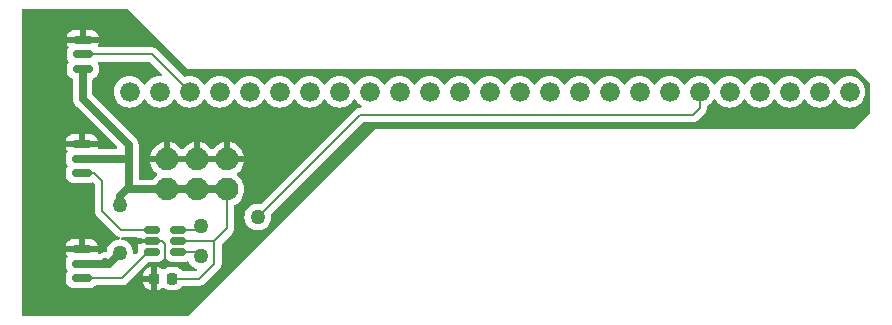
<source format=gbr>
%TF.GenerationSoftware,KiCad,Pcbnew,7.0.8*%
%TF.CreationDate,2024-03-25T00:11:56-07:00*%
%TF.ProjectId,Adafruit Speaker Bonnet,41646166-7275-4697-9420-537065616b65,rev?*%
%TF.SameCoordinates,Original*%
%TF.FileFunction,Copper,L1,Top*%
%TF.FilePolarity,Positive*%
%FSLAX46Y46*%
G04 Gerber Fmt 4.6, Leading zero omitted, Abs format (unit mm)*
G04 Created by KiCad (PCBNEW 7.0.8) date 2024-03-25 00:11:56*
%MOMM*%
%LPD*%
G01*
G04 APERTURE LIST*
G04 Aperture macros list*
%AMRoundRect*
0 Rectangle with rounded corners*
0 $1 Rounding radius*
0 $2 $3 $4 $5 $6 $7 $8 $9 X,Y pos of 4 corners*
0 Add a 4 corners polygon primitive as box body*
4,1,4,$2,$3,$4,$5,$6,$7,$8,$9,$2,$3,0*
0 Add four circle primitives for the rounded corners*
1,1,$1+$1,$2,$3*
1,1,$1+$1,$4,$5*
1,1,$1+$1,$6,$7*
1,1,$1+$1,$8,$9*
0 Add four rect primitives between the rounded corners*
20,1,$1+$1,$2,$3,$4,$5,0*
20,1,$1+$1,$4,$5,$6,$7,0*
20,1,$1+$1,$6,$7,$8,$9,0*
20,1,$1+$1,$8,$9,$2,$3,0*%
G04 Aperture macros list end*
%TA.AperFunction,SMDPad,CuDef*%
%ADD10RoundRect,0.150000X-0.700000X0.150000X-0.700000X-0.150000X0.700000X-0.150000X0.700000X0.150000X0*%
%TD*%
%TA.AperFunction,SMDPad,CuDef*%
%ADD11RoundRect,0.250000X-1.100000X0.250000X-1.100000X-0.250000X1.100000X-0.250000X1.100000X0.250000X0*%
%TD*%
%TA.AperFunction,SMDPad,CuDef*%
%ADD12RoundRect,0.150000X0.512500X0.150000X-0.512500X0.150000X-0.512500X-0.150000X0.512500X-0.150000X0*%
%TD*%
%TA.AperFunction,SMDPad,CuDef*%
%ADD13RoundRect,0.225000X0.225000X0.250000X-0.225000X0.250000X-0.225000X-0.250000X0.225000X-0.250000X0*%
%TD*%
%TA.AperFunction,ComponentPad*%
%ADD14C,1.676400*%
%TD*%
%TA.AperFunction,ComponentPad*%
%ADD15C,1.930400*%
%TD*%
%TA.AperFunction,ViaPad*%
%ADD16C,1.270000*%
%TD*%
%TA.AperFunction,Conductor*%
%ADD17C,0.200000*%
%TD*%
%TA.AperFunction,Conductor*%
%ADD18C,0.635000*%
%TD*%
G04 APERTURE END LIST*
%TA.AperFunction,NonConductor*%
G36*
X109220000Y-115570000D02*
G01*
X113030000Y-115570000D01*
X113030000Y-118110000D01*
X109220000Y-118110000D01*
X109220000Y-115570000D01*
G37*
%TD.AperFunction*%
%TA.AperFunction,NonConductor*%
G36*
X109220000Y-106680000D02*
G01*
X113030000Y-106680000D01*
X113030000Y-111760000D01*
X109220000Y-111760000D01*
X109220000Y-106680000D01*
G37*
%TD.AperFunction*%
%TA.AperFunction,NonConductor*%
G36*
X109220000Y-97790000D02*
G01*
X113030000Y-97790000D01*
X113030000Y-102870000D01*
X109220000Y-102870000D01*
X109220000Y-97790000D01*
G37*
%TD.AperFunction*%
%TA.AperFunction,NonConductor*%
G36*
X109220000Y-92075000D02*
G01*
X113030000Y-92075000D01*
X113030000Y-93980000D01*
X109220000Y-93980000D01*
X109220000Y-92075000D01*
G37*
%TD.AperFunction*%
D10*
%TO.P,J3,1,Pin_1*%
%TO.N,GND*%
X114245000Y-103525000D03*
%TO.P,J3,2,Pin_2*%
%TO.N,+5V*%
X114245000Y-104775000D03*
%TO.P,J3,3,Pin_3*%
%TO.N,Net-(J3-Pin_3)*%
X114245000Y-106025000D03*
D11*
%TO.P,J3,MP*%
%TO.N,N/C*%
X111045000Y-101675000D03*
X111045000Y-107875000D03*
%TD*%
D10*
%TO.P,J2,1,Pin_1*%
%TO.N,GND*%
X114245000Y-112415000D03*
%TO.P,J2,2,Pin_2*%
%TO.N,+5V*%
X114245000Y-113665000D03*
%TO.P,J2,3,Pin_3*%
%TO.N,Net-(J2-Pin_3)*%
X114245000Y-114915000D03*
D11*
%TO.P,J2,MP*%
%TO.N,N/C*%
X111045000Y-110565000D03*
X111045000Y-116765000D03*
%TD*%
D10*
%TO.P,J1,1,Pin_1*%
%TO.N,GND*%
X114325000Y-94710000D03*
%TO.P,J1,2,Pin_2*%
%TO.N,/FAN_PWM*%
X114325000Y-95960000D03*
%TO.P,J1,3,Pin_3*%
%TO.N,+5V*%
X114325000Y-97210000D03*
D11*
%TO.P,J1,MP*%
%TO.N,N/C*%
X111125000Y-92860000D03*
X111125000Y-99060000D03*
%TD*%
D12*
%TO.P,U1,6*%
%TO.N,Net-(J2-Pin_3)*%
X120147500Y-112710000D03*
%TO.P,U1,5,VCC*%
%TO.N,GND*%
X120147500Y-111760000D03*
%TO.P,U1,4*%
%TO.N,Net-(J3-Pin_3)*%
X120147500Y-110810000D03*
%TO.P,U1,3*%
%TO.N,/GPIO12*%
X122422500Y-110810000D03*
%TO.P,U1,2,GND*%
%TO.N,+5V*%
X122422500Y-111760000D03*
%TO.P,U1,1*%
%TO.N,/GPIO12*%
X122422500Y-112710000D03*
%TD*%
D13*
%TO.P,C1,1*%
%TO.N,+5V*%
X121920000Y-114935000D03*
%TO.P,C1,2*%
%TO.N,GND*%
X120370000Y-114935000D03*
%TD*%
D14*
%TO.P,CONN1,25,25*%
%TO.N,/DIN*%
X179247100Y-99124800D03*
%TO.P,CONN1,24,24*%
%TO.N,/GPIO20*%
X176707100Y-99124800D03*
%TO.P,CONN1,23,23*%
%TO.N,/LRCLK*%
X174167100Y-99124800D03*
%TO.P,CONN1,22,22*%
%TO.N,/GPIO16*%
X171627100Y-99124800D03*
%TO.P,CONN1,21,21*%
%TO.N,/GPIO13*%
X169087100Y-99124800D03*
%TO.P,CONN1,20,20*%
%TO.N,/GPIO12*%
X166547100Y-99124800D03*
%TO.P,CONN1,19,19*%
%TO.N,/GPIO6*%
X164007100Y-99124800D03*
%TO.P,CONN1,18,18*%
%TO.N,/GPIO5*%
X161467100Y-99124800D03*
%TO.P,CONN1,17,17*%
%TO.N,/SPI_CE1*%
X158927100Y-99124800D03*
%TO.P,CONN1,16,16*%
%TO.N,/SPI_CE0*%
X156387100Y-99124800D03*
%TO.P,CONN1,15,15*%
%TO.N,/SPI_SCLK*%
X153847100Y-99124800D03*
%TO.P,CONN1,14,14*%
%TO.N,/SPI_MISO*%
X151307100Y-99124800D03*
%TO.P,CONN1,13,13*%
%TO.N,/SPI_MOSI*%
X148767100Y-99124800D03*
%TO.P,CONN1,12,12*%
%TO.N,/GPIO25*%
X146227100Y-99124800D03*
%TO.P,CONN1,11,11*%
%TO.N,/GPIO24*%
X143687100Y-99124800D03*
%TO.P,CONN1,10,10*%
%TO.N,/GPIO23*%
X141147100Y-99124800D03*
%TO.P,CONN1,9,9*%
%TO.N,/GPIO22*%
X138607100Y-99124800D03*
%TO.P,CONN1,8,8*%
%TO.N,/GPIO27*%
X136067100Y-99124800D03*
%TO.P,CONN1,7,7*%
%TO.N,/BCLK*%
X133527100Y-99124800D03*
%TO.P,CONN1,6,6*%
%TO.N,/GPIO17*%
X130987100Y-99124800D03*
%TO.P,CONN1,5,5*%
%TO.N,/GPIO4*%
X128447100Y-99124800D03*
%TO.P,CONN1,4,4*%
%TO.N,/RXD*%
X125907100Y-99124800D03*
%TO.P,CONN1,3,3*%
%TO.N,/FAN_PWM*%
X123367100Y-99124800D03*
%TO.P,CONN1,2,2*%
%TO.N,/SCL*%
X120827100Y-99124800D03*
%TO.P,CONN1,1,1*%
%TO.N,/SDA*%
X118287100Y-99124800D03*
%TD*%
D15*
%TO.P,JP2,3,3*%
%TO.N,+5V*%
X121462100Y-107379800D03*
%TO.P,JP2,2,2*%
X124002100Y-107379800D03*
%TO.P,JP2,1,1*%
X126542100Y-107379800D03*
%TD*%
%TO.P,JP5,3,3*%
%TO.N,GND*%
X126542100Y-104839800D03*
%TO.P,JP5,2,2*%
X124002100Y-104839800D03*
%TO.P,JP5,1,1*%
X121462100Y-104839800D03*
%TD*%
D16*
%TO.N,/GPIO12*%
X129159000Y-109728000D03*
X124333000Y-110490000D03*
X124333000Y-113030000D03*
%TO.N,+5V*%
X117475000Y-112776000D03*
X117475000Y-108712000D03*
%TD*%
D17*
%TO.N,/GPIO12*%
X165989000Y-101092000D02*
X137795000Y-101092000D01*
X166547100Y-100533900D02*
X165989000Y-101092000D01*
X137795000Y-101092000D02*
X129159000Y-109728000D01*
X166547100Y-99124800D02*
X166547100Y-100533900D01*
D18*
%TO.N,+5V*%
X116586000Y-113665000D02*
X117475000Y-112776000D01*
X115189000Y-113665000D02*
X116078000Y-113665000D01*
X115189000Y-113665000D02*
X116586000Y-113665000D01*
X114245000Y-113665000D02*
X115189000Y-113665000D01*
X116078000Y-113665000D02*
X116205000Y-113538000D01*
D17*
%TO.N,Net-(J3-Pin_3)*%
X117541000Y-110810000D02*
X120147500Y-110810000D01*
X115951000Y-109220000D02*
X117541000Y-110810000D01*
X115951000Y-106680000D02*
X115951000Y-109220000D01*
X114245000Y-106025000D02*
X115296000Y-106025000D01*
X115296000Y-106025000D02*
X115951000Y-106680000D01*
D18*
%TO.N,+5V*%
X117475000Y-107950000D02*
X117475000Y-108712000D01*
X118237000Y-107188000D02*
X117475000Y-107950000D01*
X118237000Y-107188000D02*
X118237000Y-107379800D01*
X118237000Y-104648000D02*
X118237000Y-107188000D01*
X121462100Y-107379800D02*
X126542100Y-107379800D01*
X118237000Y-104775000D02*
X114245000Y-104775000D01*
X118237000Y-103632000D02*
X118237000Y-104648000D01*
X117221000Y-102616000D02*
X118237000Y-103632000D01*
X117221000Y-102616000D02*
X114325000Y-99720000D01*
X118237000Y-107379800D02*
X119061200Y-107379800D01*
D17*
%TO.N,Net-(J2-Pin_3)*%
X119827000Y-112710000D02*
X117622000Y-114915000D01*
X120147500Y-112710000D02*
X119827000Y-112710000D01*
X117622000Y-114915000D02*
X114245000Y-114915000D01*
D18*
%TO.N,+5V*%
X121462100Y-107379800D02*
X119061200Y-107379800D01*
D17*
X125476000Y-113665000D02*
X124206000Y-114935000D01*
X124206000Y-114935000D02*
X121920000Y-114935000D01*
X125476000Y-111760000D02*
X125476000Y-113665000D01*
%TO.N,/GPIO12*%
X129159000Y-109728000D02*
X128651000Y-109728000D01*
D18*
%TO.N,+5V*%
X114325000Y-99720000D02*
X114325000Y-97210000D01*
D17*
%TO.N,/GPIO12*%
X124013000Y-112710000D02*
X124333000Y-113030000D01*
X122422500Y-112710000D02*
X124013000Y-112710000D01*
X124013000Y-110810000D02*
X124333000Y-110490000D01*
X122422500Y-110810000D02*
X124013000Y-110810000D01*
%TO.N,+5V*%
X126542100Y-110693900D02*
X126542100Y-107379800D01*
X125476000Y-111760000D02*
X126542100Y-110693900D01*
X124333000Y-111760000D02*
X125476000Y-111760000D01*
%TO.N,/FAN_PWM*%
X120202300Y-95960000D02*
X123367100Y-99124800D01*
X114325000Y-95960000D02*
X120202300Y-95960000D01*
%TO.N,+5V*%
X122422500Y-111760000D02*
X124333000Y-111760000D01*
%TO.N,/GPIO12*%
X122422500Y-112710000D02*
X122489000Y-112710000D01*
%TO.N,GND*%
X121031000Y-111760000D02*
X121285000Y-112014000D01*
X120147500Y-111760000D02*
X121031000Y-111760000D01*
X121285000Y-112014000D02*
X121285000Y-112395000D01*
X121285000Y-112395000D02*
X121285000Y-114020000D01*
X121285000Y-112395000D02*
X121285000Y-113665000D01*
%TD*%
%TA.AperFunction,Conductor*%
%TO.N,GND*%
G36*
X118928432Y-111430185D02*
G01*
X118974187Y-111482989D01*
X118976894Y-111498305D01*
X118987705Y-111510000D01*
X119253185Y-111510000D01*
X119316306Y-111527268D01*
X119374602Y-111561744D01*
X119387527Y-111565499D01*
X119532426Y-111607597D01*
X119532429Y-111607597D01*
X119532431Y-111607598D01*
X119544722Y-111608565D01*
X119569304Y-111610500D01*
X120273500Y-111610500D01*
X120340539Y-111630185D01*
X120386294Y-111682989D01*
X120397500Y-111734500D01*
X120397500Y-111785500D01*
X120377815Y-111852539D01*
X120325011Y-111898294D01*
X120273500Y-111909500D01*
X119569304Y-111909500D01*
X119532432Y-111912401D01*
X119532426Y-111912402D01*
X119374606Y-111958254D01*
X119374603Y-111958255D01*
X119316306Y-111992732D01*
X119253185Y-112010000D01*
X118987705Y-112010000D01*
X118987704Y-112010001D01*
X118987899Y-112012488D01*
X118987900Y-112012494D01*
X119033716Y-112170193D01*
X119033720Y-112170203D01*
X119034427Y-112171398D01*
X119034695Y-112172454D01*
X119036816Y-112177356D01*
X119036024Y-112177698D01*
X119051603Y-112239123D01*
X119035993Y-112292284D01*
X119036355Y-112292441D01*
X119035087Y-112295369D01*
X119034427Y-112297620D01*
X119033259Y-112299594D01*
X119033254Y-112299607D01*
X118987402Y-112457426D01*
X118987401Y-112457432D01*
X118984500Y-112494304D01*
X118984500Y-112651902D01*
X118964815Y-112718941D01*
X118948181Y-112739583D01*
X118827046Y-112860718D01*
X118765723Y-112894203D01*
X118696031Y-112889219D01*
X118640098Y-112847347D01*
X118615681Y-112781883D01*
X118615537Y-112777857D01*
X118609533Y-112713066D01*
X118595948Y-112566458D01*
X118538359Y-112364053D01*
X118444558Y-112175675D01*
X118317740Y-112007741D01*
X118301632Y-111993057D01*
X118162223Y-111865969D01*
X118162221Y-111865967D01*
X117983307Y-111755188D01*
X117983301Y-111755185D01*
X117796939Y-111682989D01*
X117787076Y-111679168D01*
X117665214Y-111656388D01*
X117602935Y-111624721D01*
X117567662Y-111564408D01*
X117570596Y-111494600D01*
X117610805Y-111437460D01*
X117675523Y-111411129D01*
X117688001Y-111410500D01*
X118861393Y-111410500D01*
X118928432Y-111430185D01*
G37*
%TD.AperFunction*%
%TA.AperFunction,Conductor*%
G36*
X123542607Y-104629956D02*
G01*
X123502100Y-104767911D01*
X123502100Y-104911689D01*
X123542607Y-105049644D01*
X123568414Y-105089800D01*
X121895786Y-105089800D01*
X121921593Y-105049644D01*
X121962100Y-104911689D01*
X121962100Y-104767911D01*
X121921593Y-104629956D01*
X121895786Y-104589800D01*
X123568414Y-104589800D01*
X123542607Y-104629956D01*
G37*
%TD.AperFunction*%
%TA.AperFunction,Conductor*%
G36*
X126082607Y-104629956D02*
G01*
X126042100Y-104767911D01*
X126042100Y-104911689D01*
X126082607Y-105049644D01*
X126108414Y-105089800D01*
X124435786Y-105089800D01*
X124461593Y-105049644D01*
X124502100Y-104911689D01*
X124502100Y-104767911D01*
X124461593Y-104629956D01*
X124435786Y-104589800D01*
X126108414Y-104589800D01*
X126082607Y-104629956D01*
G37*
%TD.AperFunction*%
%TA.AperFunction,Conductor*%
G36*
X118125677Y-92094685D02*
G01*
X118146319Y-92111319D01*
X123190000Y-97155000D01*
X179653638Y-97155000D01*
X179720677Y-97174685D01*
X179741319Y-97191319D01*
X180938681Y-98388681D01*
X180972166Y-98450004D01*
X180975000Y-98476362D01*
X180975000Y-100913638D01*
X180955315Y-100980677D01*
X180938681Y-101001319D01*
X179741319Y-102198681D01*
X179679996Y-102232166D01*
X179653638Y-102235000D01*
X139064999Y-102235000D01*
X123226319Y-118073681D01*
X123164996Y-118107166D01*
X123138638Y-118110000D01*
X109344000Y-118110000D01*
X109276961Y-118090315D01*
X109231206Y-118037511D01*
X109220000Y-117986000D01*
X109220000Y-117650730D01*
X109239685Y-117583691D01*
X109292489Y-117537936D01*
X109361647Y-117527992D01*
X109425203Y-117557017D01*
X109431681Y-117563049D01*
X109476344Y-117607712D01*
X109625666Y-117699814D01*
X109792203Y-117754999D01*
X109894991Y-117765500D01*
X112195008Y-117765499D01*
X112297797Y-117754999D01*
X112464334Y-117699814D01*
X112613656Y-117607712D01*
X112737712Y-117483656D01*
X112829814Y-117334334D01*
X112884999Y-117167797D01*
X112895500Y-117065009D01*
X112895499Y-116464992D01*
X112884999Y-116362203D01*
X112829814Y-116195666D01*
X112737712Y-116046344D01*
X112613656Y-115922288D01*
X112490860Y-115846547D01*
X112464336Y-115830187D01*
X112464331Y-115830185D01*
X112462862Y-115829698D01*
X112297797Y-115775001D01*
X112297795Y-115775000D01*
X112195010Y-115764500D01*
X109894998Y-115764500D01*
X109894981Y-115764501D01*
X109792203Y-115775000D01*
X109792200Y-115775001D01*
X109625668Y-115830185D01*
X109625663Y-115830187D01*
X109476342Y-115922289D01*
X109431681Y-115966951D01*
X109370358Y-116000436D01*
X109300666Y-115995452D01*
X109244733Y-115953580D01*
X109220316Y-115888116D01*
X109220000Y-115879270D01*
X109220000Y-115130696D01*
X112894500Y-115130696D01*
X112897401Y-115167567D01*
X112897402Y-115167573D01*
X112943254Y-115325393D01*
X112943255Y-115325396D01*
X112943256Y-115325398D01*
X112965661Y-115363283D01*
X113026917Y-115466862D01*
X113026923Y-115466870D01*
X113143129Y-115583076D01*
X113143133Y-115583079D01*
X113143135Y-115583081D01*
X113284602Y-115666744D01*
X113326224Y-115678836D01*
X113442426Y-115712597D01*
X113442429Y-115712597D01*
X113442431Y-115712598D01*
X113454722Y-115713565D01*
X113479304Y-115715500D01*
X113479306Y-115715500D01*
X115010696Y-115715500D01*
X115029131Y-115714049D01*
X115047569Y-115712598D01*
X115047571Y-115712597D01*
X115047573Y-115712597D01*
X115089191Y-115700505D01*
X115205398Y-115666744D01*
X115346865Y-115583081D01*
X115378126Y-115551820D01*
X115439448Y-115518334D01*
X115465808Y-115515500D01*
X117578572Y-115515500D01*
X117586670Y-115516030D01*
X117622000Y-115520682D01*
X117622001Y-115520682D01*
X117674254Y-115513802D01*
X117778762Y-115500044D01*
X117924841Y-115439536D01*
X117992721Y-115387450D01*
X118050282Y-115343282D01*
X118071984Y-115314998D01*
X118077310Y-115308923D01*
X118201233Y-115185000D01*
X119420001Y-115185000D01*
X119420001Y-115233322D01*
X119430144Y-115332607D01*
X119483452Y-115493481D01*
X119483457Y-115493492D01*
X119572424Y-115637728D01*
X119572427Y-115637732D01*
X119692267Y-115757572D01*
X119692271Y-115757575D01*
X119836507Y-115846542D01*
X119836518Y-115846547D01*
X119997393Y-115899855D01*
X120096683Y-115909999D01*
X120120000Y-115909998D01*
X120120000Y-115185000D01*
X119420001Y-115185000D01*
X118201233Y-115185000D01*
X118701234Y-114685000D01*
X119420000Y-114685000D01*
X120120000Y-114685000D01*
X120120000Y-113959999D01*
X120096693Y-113960000D01*
X120096674Y-113960001D01*
X119997392Y-113970144D01*
X119836518Y-114023452D01*
X119836507Y-114023457D01*
X119692271Y-114112424D01*
X119692267Y-114112427D01*
X119572427Y-114232267D01*
X119572424Y-114232271D01*
X119483457Y-114376507D01*
X119483452Y-114376518D01*
X119430144Y-114537393D01*
X119420000Y-114636677D01*
X119420000Y-114685000D01*
X118701234Y-114685000D01*
X119839416Y-113546819D01*
X119900739Y-113513334D01*
X119927097Y-113510500D01*
X120725696Y-113510500D01*
X120744131Y-113509049D01*
X120762569Y-113507598D01*
X120762571Y-113507597D01*
X120762573Y-113507597D01*
X120804191Y-113495505D01*
X120920398Y-113461744D01*
X121061865Y-113378081D01*
X121178081Y-113261865D01*
X121178267Y-113261549D01*
X121178477Y-113261353D01*
X121182861Y-113255702D01*
X121183772Y-113256409D01*
X121229336Y-113213866D01*
X121298077Y-113201362D01*
X121362667Y-113228006D01*
X121386855Y-113255921D01*
X121387139Y-113255702D01*
X121391179Y-113260911D01*
X121391732Y-113261548D01*
X121391919Y-113261865D01*
X121391921Y-113261867D01*
X121391923Y-113261870D01*
X121508129Y-113378076D01*
X121508133Y-113378079D01*
X121508135Y-113378081D01*
X121649602Y-113461744D01*
X121691224Y-113473836D01*
X121807426Y-113507597D01*
X121807429Y-113507597D01*
X121807431Y-113507598D01*
X121819722Y-113508565D01*
X121844304Y-113510500D01*
X121844306Y-113510500D01*
X123000696Y-113510500D01*
X123019131Y-113509049D01*
X123037569Y-113507598D01*
X123169431Y-113469288D01*
X123239298Y-113469487D01*
X123297969Y-113507428D01*
X123315025Y-113533092D01*
X123359083Y-113621571D01*
X123363442Y-113630325D01*
X123419351Y-113704361D01*
X123490261Y-113798260D01*
X123645776Y-113940030D01*
X123645778Y-113940032D01*
X123824692Y-114050811D01*
X123824698Y-114050814D01*
X123938428Y-114094873D01*
X123993829Y-114137446D01*
X124017420Y-114203213D01*
X124001709Y-114271293D01*
X123951685Y-114320072D01*
X123893634Y-114334500D01*
X122850425Y-114334500D01*
X122783386Y-114314815D01*
X122744887Y-114275598D01*
X122717968Y-114231956D01*
X122598044Y-114112032D01*
X122598040Y-114112029D01*
X122453705Y-114023001D01*
X122453699Y-114022998D01*
X122453697Y-114022997D01*
X122453694Y-114022996D01*
X122292709Y-113969651D01*
X122193346Y-113959500D01*
X121646662Y-113959500D01*
X121646644Y-113959501D01*
X121547292Y-113969650D01*
X121547289Y-113969651D01*
X121386305Y-114022996D01*
X121386294Y-114023001D01*
X121241959Y-114112029D01*
X121241953Y-114112033D01*
X121232324Y-114121663D01*
X121171000Y-114155146D01*
X121101308Y-114150159D01*
X121056965Y-114121660D01*
X121047732Y-114112427D01*
X121047728Y-114112424D01*
X120903492Y-114023457D01*
X120903481Y-114023452D01*
X120742606Y-113970144D01*
X120643322Y-113960000D01*
X120620000Y-113960000D01*
X120620000Y-115909999D01*
X120643308Y-115909999D01*
X120643322Y-115909998D01*
X120742607Y-115899855D01*
X120903481Y-115846547D01*
X120903492Y-115846542D01*
X121047731Y-115757573D01*
X121056959Y-115748345D01*
X121118279Y-115714856D01*
X121187971Y-115719835D01*
X121232327Y-115748339D01*
X121241955Y-115757967D01*
X121241959Y-115757970D01*
X121386294Y-115846998D01*
X121386297Y-115846999D01*
X121386303Y-115847003D01*
X121547292Y-115900349D01*
X121646655Y-115910500D01*
X122193344Y-115910499D01*
X122193352Y-115910498D01*
X122193355Y-115910498D01*
X122247760Y-115904940D01*
X122292708Y-115900349D01*
X122453697Y-115847003D01*
X122598044Y-115757968D01*
X122717968Y-115638044D01*
X122744887Y-115594402D01*
X122796835Y-115547678D01*
X122850425Y-115535500D01*
X124162572Y-115535500D01*
X124170670Y-115536030D01*
X124206000Y-115540682D01*
X124206001Y-115540682D01*
X124258254Y-115533802D01*
X124362762Y-115520044D01*
X124508841Y-115459536D01*
X124634282Y-115363282D01*
X124655983Y-115334999D01*
X124661311Y-115328922D01*
X125869922Y-114120311D01*
X125875999Y-114114983D01*
X125904282Y-114093282D01*
X126000536Y-113967841D01*
X126061044Y-113821762D01*
X126076500Y-113704361D01*
X126081682Y-113665000D01*
X126077030Y-113629669D01*
X126076500Y-113621571D01*
X126076500Y-112060096D01*
X126096185Y-111993057D01*
X126112815Y-111972419D01*
X126936023Y-111149210D01*
X126942098Y-111143884D01*
X126970382Y-111122182D01*
X127066636Y-110996741D01*
X127127144Y-110850662D01*
X127142600Y-110733261D01*
X127147782Y-110693900D01*
X127143130Y-110658569D01*
X127142600Y-110650471D01*
X127142600Y-108795278D01*
X127162285Y-108728239D01*
X127207583Y-108686223D01*
X127231926Y-108673049D01*
X127346509Y-108611040D01*
X127538194Y-108461846D01*
X127702707Y-108283137D01*
X127835562Y-108079787D01*
X127933135Y-107857343D01*
X127992764Y-107621873D01*
X128005166Y-107472203D01*
X128012823Y-107379805D01*
X128012823Y-107379794D01*
X127999450Y-107218418D01*
X127992764Y-107137727D01*
X127933135Y-106902257D01*
X127835562Y-106679813D01*
X127768301Y-106576862D01*
X127702709Y-106476465D01*
X127664899Y-106435393D01*
X127538194Y-106297754D01*
X127538189Y-106297750D01*
X127538187Y-106297748D01*
X127422026Y-106207336D01*
X127381213Y-106150626D01*
X127377538Y-106080853D01*
X127412170Y-106020170D01*
X127422026Y-106011629D01*
X127537854Y-105921476D01*
X127537857Y-105921473D01*
X127702305Y-105742837D01*
X127702313Y-105742826D01*
X127835121Y-105539549D01*
X127932661Y-105317178D01*
X127990242Y-105089800D01*
X126975786Y-105089800D01*
X127001593Y-105049644D01*
X127042100Y-104911689D01*
X127042100Y-104767911D01*
X127001593Y-104629956D01*
X126975786Y-104589800D01*
X127990242Y-104589800D01*
X127932661Y-104362421D01*
X127835121Y-104140050D01*
X127702313Y-103936773D01*
X127702305Y-103936762D01*
X127537857Y-103758126D01*
X127537847Y-103758117D01*
X127346238Y-103608981D01*
X127346229Y-103608975D01*
X127132687Y-103493413D01*
X127132673Y-103493407D01*
X126903019Y-103414565D01*
X126792100Y-103396057D01*
X126792100Y-104404298D01*
X126684415Y-104355120D01*
X126577863Y-104339800D01*
X126506337Y-104339800D01*
X126399785Y-104355120D01*
X126292100Y-104404298D01*
X126292100Y-103396057D01*
X126292099Y-103396057D01*
X126181180Y-103414565D01*
X125951526Y-103493407D01*
X125951512Y-103493413D01*
X125737970Y-103608975D01*
X125737961Y-103608981D01*
X125546352Y-103758117D01*
X125546342Y-103758126D01*
X125381894Y-103936762D01*
X125381890Y-103936768D01*
X125375908Y-103945925D01*
X125322761Y-103991281D01*
X125253529Y-104000703D01*
X125190194Y-103971201D01*
X125168292Y-103945925D01*
X125162309Y-103936768D01*
X125162305Y-103936762D01*
X124997857Y-103758126D01*
X124997847Y-103758117D01*
X124806238Y-103608981D01*
X124806229Y-103608975D01*
X124592687Y-103493413D01*
X124592673Y-103493407D01*
X124363019Y-103414565D01*
X124252100Y-103396057D01*
X124252100Y-104404298D01*
X124144415Y-104355120D01*
X124037863Y-104339800D01*
X123966337Y-104339800D01*
X123859785Y-104355120D01*
X123752100Y-104404298D01*
X123752100Y-103396057D01*
X123752099Y-103396057D01*
X123641180Y-103414565D01*
X123411526Y-103493407D01*
X123411512Y-103493413D01*
X123197970Y-103608975D01*
X123197961Y-103608981D01*
X123006352Y-103758117D01*
X123006342Y-103758126D01*
X122841894Y-103936762D01*
X122841890Y-103936768D01*
X122835908Y-103945925D01*
X122782761Y-103991281D01*
X122713529Y-104000703D01*
X122650194Y-103971201D01*
X122628292Y-103945925D01*
X122622309Y-103936768D01*
X122622305Y-103936762D01*
X122457857Y-103758126D01*
X122457847Y-103758117D01*
X122266238Y-103608981D01*
X122266229Y-103608975D01*
X122052687Y-103493413D01*
X122052673Y-103493407D01*
X121823019Y-103414565D01*
X121712100Y-103396057D01*
X121712100Y-104404298D01*
X121604415Y-104355120D01*
X121497863Y-104339800D01*
X121426337Y-104339800D01*
X121319785Y-104355120D01*
X121212100Y-104404298D01*
X121212100Y-103396057D01*
X121212099Y-103396057D01*
X121101180Y-103414565D01*
X120871526Y-103493407D01*
X120871512Y-103493413D01*
X120657970Y-103608975D01*
X120657961Y-103608981D01*
X120466352Y-103758117D01*
X120466342Y-103758126D01*
X120301894Y-103936762D01*
X120301886Y-103936773D01*
X120169078Y-104140050D01*
X120071538Y-104362421D01*
X120013958Y-104589800D01*
X121028414Y-104589800D01*
X121002607Y-104629956D01*
X120962100Y-104767911D01*
X120962100Y-104911689D01*
X121002607Y-105049644D01*
X121028414Y-105089800D01*
X120013958Y-105089800D01*
X120071538Y-105317178D01*
X120169078Y-105539549D01*
X120301886Y-105742826D01*
X120301894Y-105742837D01*
X120466342Y-105921473D01*
X120466345Y-105921476D01*
X120582174Y-106011629D01*
X120622987Y-106068340D01*
X120626662Y-106138113D01*
X120592030Y-106198796D01*
X120582174Y-106207336D01*
X120466012Y-106297748D01*
X120466009Y-106297751D01*
X120301488Y-106476468D01*
X120282443Y-106505621D01*
X120229297Y-106550978D01*
X120178634Y-106561800D01*
X119179000Y-106561800D01*
X119111961Y-106542115D01*
X119066206Y-106489311D01*
X119055000Y-106437800D01*
X119055000Y-104824419D01*
X119055389Y-104817480D01*
X119060176Y-104775000D01*
X119055389Y-104732519D01*
X119055000Y-104725579D01*
X119055000Y-103539837D01*
X119055000Y-103539834D01*
X119051213Y-103523245D01*
X119045488Y-103498159D01*
X119044322Y-103491299D01*
X119043553Y-103484477D01*
X119039537Y-103448826D01*
X119025419Y-103408481D01*
X119023493Y-103401794D01*
X119013982Y-103360121D01*
X118995436Y-103321611D01*
X118992772Y-103315181D01*
X118978658Y-103274843D01*
X118978656Y-103274837D01*
X118955910Y-103238637D01*
X118952547Y-103232553D01*
X118949824Y-103226899D01*
X118934003Y-103194044D01*
X118934002Y-103194043D01*
X118934002Y-103194042D01*
X118920259Y-103176809D01*
X118907347Y-103160619D01*
X118903325Y-103154949D01*
X118880587Y-103118761D01*
X118880586Y-103118760D01*
X118880585Y-103118758D01*
X118750242Y-102988415D01*
X118750241Y-102988414D01*
X118747909Y-102986082D01*
X118747898Y-102986072D01*
X117833458Y-102071632D01*
X117833430Y-102071602D01*
X115179319Y-99417491D01*
X115145834Y-99356168D01*
X115143000Y-99329810D01*
X115143000Y-98096216D01*
X115162685Y-98029177D01*
X115215489Y-97983422D01*
X115232400Y-97977140D01*
X115285398Y-97961744D01*
X115426865Y-97878081D01*
X115543081Y-97761865D01*
X115626744Y-97620398D01*
X115672598Y-97462569D01*
X115675500Y-97425694D01*
X115675500Y-96994306D01*
X115672598Y-96957431D01*
X115626744Y-96799602D01*
X115596001Y-96747619D01*
X115578820Y-96679896D01*
X115600981Y-96613634D01*
X115655447Y-96569871D01*
X115702735Y-96560500D01*
X119902203Y-96560500D01*
X119969242Y-96580185D01*
X119989884Y-96596819D01*
X120966413Y-97573348D01*
X120999898Y-97634671D01*
X120994914Y-97704363D01*
X120953042Y-97760296D01*
X120887578Y-97784713D01*
X120867926Y-97784557D01*
X120827104Y-97780986D01*
X120827099Y-97780986D01*
X120593753Y-97801401D01*
X120593743Y-97801403D01*
X120367496Y-97862025D01*
X120367489Y-97862027D01*
X120367489Y-97862028D01*
X120155193Y-97961023D01*
X119963313Y-98095379D01*
X119963311Y-98095380D01*
X119963308Y-98095383D01*
X119797683Y-98261008D01*
X119797680Y-98261011D01*
X119797679Y-98261013D01*
X119708285Y-98388681D01*
X119660218Y-98457328D01*
X119658780Y-98456321D01*
X119613910Y-98499097D01*
X119545302Y-98512313D01*
X119480440Y-98486340D01*
X119454802Y-98456753D01*
X119453982Y-98457328D01*
X119448854Y-98450004D01*
X119316521Y-98261013D01*
X119150887Y-98095379D01*
X118959007Y-97961023D01*
X118746711Y-97862028D01*
X118746707Y-97862027D01*
X118746703Y-97862025D01*
X118520456Y-97801403D01*
X118520446Y-97801401D01*
X118287101Y-97780986D01*
X118287099Y-97780986D01*
X118053753Y-97801401D01*
X118053743Y-97801403D01*
X117827496Y-97862025D01*
X117827489Y-97862027D01*
X117827489Y-97862028D01*
X117615193Y-97961023D01*
X117423313Y-98095379D01*
X117423311Y-98095380D01*
X117423308Y-98095383D01*
X117257683Y-98261008D01*
X117257680Y-98261011D01*
X117257679Y-98261013D01*
X117210368Y-98328580D01*
X117123323Y-98452893D01*
X117024329Y-98665187D01*
X117024325Y-98665196D01*
X116963703Y-98891443D01*
X116963701Y-98891453D01*
X116943286Y-99124799D01*
X116943286Y-99124800D01*
X116963701Y-99358146D01*
X116963703Y-99358156D01*
X117024325Y-99584403D01*
X117024327Y-99584407D01*
X117024328Y-99584411D01*
X117123323Y-99796707D01*
X117257679Y-99988587D01*
X117423313Y-100154221D01*
X117615193Y-100288577D01*
X117827489Y-100387572D01*
X118053749Y-100448198D01*
X118240429Y-100464530D01*
X118287099Y-100468614D01*
X118287100Y-100468614D01*
X118287101Y-100468614D01*
X118325991Y-100465211D01*
X118520451Y-100448198D01*
X118746711Y-100387572D01*
X118959007Y-100288577D01*
X119150887Y-100154221D01*
X119316521Y-99988587D01*
X119450877Y-99796707D01*
X119450877Y-99796705D01*
X119453982Y-99792272D01*
X119455423Y-99793281D01*
X119500272Y-99750512D01*
X119568878Y-99737284D01*
X119633745Y-99763247D01*
X119659394Y-99792848D01*
X119660218Y-99792272D01*
X119663322Y-99796705D01*
X119663323Y-99796707D01*
X119797679Y-99988587D01*
X119963313Y-100154221D01*
X120155193Y-100288577D01*
X120367489Y-100387572D01*
X120593749Y-100448198D01*
X120780429Y-100464530D01*
X120827099Y-100468614D01*
X120827100Y-100468614D01*
X120827101Y-100468614D01*
X120865991Y-100465211D01*
X121060451Y-100448198D01*
X121286711Y-100387572D01*
X121499007Y-100288577D01*
X121690887Y-100154221D01*
X121856521Y-99988587D01*
X121990877Y-99796707D01*
X121990877Y-99796705D01*
X121993982Y-99792272D01*
X121995423Y-99793281D01*
X122040272Y-99750512D01*
X122108878Y-99737284D01*
X122173745Y-99763247D01*
X122199394Y-99792848D01*
X122200218Y-99792272D01*
X122203322Y-99796705D01*
X122203323Y-99796707D01*
X122337679Y-99988587D01*
X122503313Y-100154221D01*
X122695193Y-100288577D01*
X122907489Y-100387572D01*
X123133749Y-100448198D01*
X123320429Y-100464530D01*
X123367099Y-100468614D01*
X123367100Y-100468614D01*
X123367101Y-100468614D01*
X123405991Y-100465211D01*
X123600451Y-100448198D01*
X123826711Y-100387572D01*
X124039007Y-100288577D01*
X124230887Y-100154221D01*
X124396521Y-99988587D01*
X124530877Y-99796707D01*
X124530877Y-99796705D01*
X124533982Y-99792272D01*
X124535423Y-99793281D01*
X124580272Y-99750512D01*
X124648878Y-99737284D01*
X124713745Y-99763247D01*
X124739394Y-99792848D01*
X124740218Y-99792272D01*
X124743322Y-99796705D01*
X124743323Y-99796707D01*
X124877679Y-99988587D01*
X125043313Y-100154221D01*
X125235193Y-100288577D01*
X125447489Y-100387572D01*
X125673749Y-100448198D01*
X125860429Y-100464530D01*
X125907099Y-100468614D01*
X125907100Y-100468614D01*
X125907101Y-100468614D01*
X125945991Y-100465211D01*
X126140451Y-100448198D01*
X126366711Y-100387572D01*
X126579007Y-100288577D01*
X126770887Y-100154221D01*
X126936521Y-99988587D01*
X127070877Y-99796707D01*
X127070877Y-99796705D01*
X127073982Y-99792272D01*
X127075423Y-99793281D01*
X127120272Y-99750512D01*
X127188878Y-99737284D01*
X127253745Y-99763247D01*
X127279394Y-99792848D01*
X127280218Y-99792272D01*
X127283322Y-99796705D01*
X127283323Y-99796707D01*
X127417679Y-99988587D01*
X127583313Y-100154221D01*
X127775193Y-100288577D01*
X127987489Y-100387572D01*
X128213749Y-100448198D01*
X128400429Y-100464530D01*
X128447099Y-100468614D01*
X128447100Y-100468614D01*
X128447101Y-100468614D01*
X128485991Y-100465211D01*
X128680451Y-100448198D01*
X128906711Y-100387572D01*
X129119007Y-100288577D01*
X129310887Y-100154221D01*
X129476521Y-99988587D01*
X129610877Y-99796707D01*
X129610877Y-99796705D01*
X129613982Y-99792272D01*
X129615423Y-99793281D01*
X129660272Y-99750512D01*
X129728878Y-99737284D01*
X129793745Y-99763247D01*
X129819394Y-99792848D01*
X129820218Y-99792272D01*
X129823322Y-99796705D01*
X129823323Y-99796707D01*
X129957679Y-99988587D01*
X130123313Y-100154221D01*
X130315193Y-100288577D01*
X130527489Y-100387572D01*
X130753749Y-100448198D01*
X130940429Y-100464530D01*
X130987099Y-100468614D01*
X130987100Y-100468614D01*
X130987101Y-100468614D01*
X131025991Y-100465211D01*
X131220451Y-100448198D01*
X131446711Y-100387572D01*
X131659007Y-100288577D01*
X131850887Y-100154221D01*
X132016521Y-99988587D01*
X132150877Y-99796707D01*
X132150877Y-99796705D01*
X132153982Y-99792272D01*
X132155423Y-99793281D01*
X132200272Y-99750512D01*
X132268878Y-99737284D01*
X132333745Y-99763247D01*
X132359394Y-99792848D01*
X132360218Y-99792272D01*
X132363322Y-99796705D01*
X132363323Y-99796707D01*
X132497679Y-99988587D01*
X132663313Y-100154221D01*
X132855193Y-100288577D01*
X133067489Y-100387572D01*
X133293749Y-100448198D01*
X133480429Y-100464530D01*
X133527099Y-100468614D01*
X133527100Y-100468614D01*
X133527101Y-100468614D01*
X133565991Y-100465211D01*
X133760451Y-100448198D01*
X133986711Y-100387572D01*
X134199007Y-100288577D01*
X134390887Y-100154221D01*
X134556521Y-99988587D01*
X134690877Y-99796707D01*
X134690877Y-99796705D01*
X134693982Y-99792272D01*
X134695423Y-99793281D01*
X134740272Y-99750512D01*
X134808878Y-99737284D01*
X134873745Y-99763247D01*
X134899394Y-99792848D01*
X134900218Y-99792272D01*
X134903322Y-99796705D01*
X134903323Y-99796707D01*
X135037679Y-99988587D01*
X135203313Y-100154221D01*
X135395193Y-100288577D01*
X135607489Y-100387572D01*
X135833749Y-100448198D01*
X136020429Y-100464530D01*
X136067099Y-100468614D01*
X136067100Y-100468614D01*
X136067101Y-100468614D01*
X136105991Y-100465211D01*
X136300451Y-100448198D01*
X136526711Y-100387572D01*
X136739007Y-100288577D01*
X136930887Y-100154221D01*
X137096521Y-99988587D01*
X137230877Y-99796707D01*
X137230877Y-99796705D01*
X137233982Y-99792272D01*
X137235423Y-99793281D01*
X137280272Y-99750512D01*
X137348878Y-99737284D01*
X137413745Y-99763247D01*
X137439394Y-99792848D01*
X137440218Y-99792272D01*
X137443322Y-99796705D01*
X137443323Y-99796707D01*
X137577679Y-99988587D01*
X137743313Y-100154221D01*
X137900351Y-100264180D01*
X137943975Y-100318756D01*
X137951167Y-100388255D01*
X137919645Y-100450609D01*
X137859415Y-100486023D01*
X137813041Y-100488693D01*
X137795001Y-100486318D01*
X137795000Y-100486318D01*
X137755639Y-100491500D01*
X137638239Y-100506955D01*
X137638237Y-100506956D01*
X137492160Y-100567463D01*
X137366714Y-100663721D01*
X137345024Y-100691990D01*
X137339671Y-100698094D01*
X129462968Y-108574795D01*
X129401645Y-108608280D01*
X129352503Y-108609002D01*
X129264220Y-108592500D01*
X129053780Y-108592500D01*
X128846924Y-108631168D01*
X128846921Y-108631168D01*
X128846921Y-108631169D01*
X128650698Y-108707185D01*
X128650692Y-108707188D01*
X128471778Y-108817967D01*
X128471776Y-108817969D01*
X128316261Y-108959739D01*
X128189442Y-109127674D01*
X128095642Y-109316049D01*
X128095641Y-109316053D01*
X128052071Y-109469188D01*
X128038051Y-109518462D01*
X128018635Y-109727999D01*
X128018635Y-109728000D01*
X128038051Y-109937537D01*
X128038051Y-109937539D01*
X128038052Y-109937542D01*
X128095641Y-110139947D01*
X128095642Y-110139950D01*
X128154494Y-110258140D01*
X128189442Y-110328325D01*
X128311533Y-110490000D01*
X128316261Y-110496260D01*
X128471776Y-110638030D01*
X128471778Y-110638032D01*
X128650692Y-110748811D01*
X128650698Y-110748814D01*
X128692268Y-110764918D01*
X128846924Y-110824832D01*
X129053780Y-110863500D01*
X129053782Y-110863500D01*
X129264218Y-110863500D01*
X129264220Y-110863500D01*
X129471076Y-110824832D01*
X129667304Y-110748813D01*
X129846223Y-110638031D01*
X130001740Y-110496259D01*
X130128558Y-110328325D01*
X130222359Y-110139947D01*
X130279948Y-109937542D01*
X130299365Y-109728000D01*
X130280046Y-109519518D01*
X130293461Y-109450950D01*
X130315833Y-109420400D01*
X138007416Y-101728819D01*
X138068739Y-101695334D01*
X138095097Y-101692500D01*
X165945572Y-101692500D01*
X165953670Y-101693030D01*
X165989000Y-101697682D01*
X165989001Y-101697682D01*
X166041254Y-101690802D01*
X166145762Y-101677044D01*
X166291841Y-101616536D01*
X166417282Y-101520282D01*
X166438983Y-101491999D01*
X166444311Y-101485922D01*
X166941022Y-100989211D01*
X166947099Y-100983883D01*
X166975382Y-100962182D01*
X167071636Y-100836741D01*
X167132144Y-100690662D01*
X167138873Y-100639550D01*
X167152783Y-100533900D01*
X167148131Y-100498565D01*
X167147600Y-100490463D01*
X167147600Y-100400871D01*
X167167285Y-100333832D01*
X167214878Y-100292259D01*
X167214316Y-100291285D01*
X167218993Y-100288583D01*
X167219007Y-100288577D01*
X167410887Y-100154221D01*
X167576521Y-99988587D01*
X167710877Y-99796707D01*
X167710877Y-99796705D01*
X167713982Y-99792272D01*
X167715423Y-99793281D01*
X167760272Y-99750512D01*
X167828878Y-99737284D01*
X167893745Y-99763247D01*
X167919394Y-99792848D01*
X167920218Y-99792272D01*
X167923322Y-99796705D01*
X167923323Y-99796707D01*
X168057679Y-99988587D01*
X168223313Y-100154221D01*
X168415193Y-100288577D01*
X168627489Y-100387572D01*
X168853749Y-100448198D01*
X169040429Y-100464530D01*
X169087099Y-100468614D01*
X169087100Y-100468614D01*
X169087101Y-100468614D01*
X169125991Y-100465211D01*
X169320451Y-100448198D01*
X169546711Y-100387572D01*
X169759007Y-100288577D01*
X169950887Y-100154221D01*
X170116521Y-99988587D01*
X170250877Y-99796707D01*
X170250877Y-99796705D01*
X170253982Y-99792272D01*
X170255423Y-99793281D01*
X170300272Y-99750512D01*
X170368878Y-99737284D01*
X170433745Y-99763247D01*
X170459394Y-99792848D01*
X170460218Y-99792272D01*
X170463322Y-99796705D01*
X170463323Y-99796707D01*
X170597679Y-99988587D01*
X170763313Y-100154221D01*
X170955193Y-100288577D01*
X171167489Y-100387572D01*
X171393749Y-100448198D01*
X171580429Y-100464530D01*
X171627099Y-100468614D01*
X171627100Y-100468614D01*
X171627101Y-100468614D01*
X171665991Y-100465211D01*
X171860451Y-100448198D01*
X172086711Y-100387572D01*
X172299007Y-100288577D01*
X172490887Y-100154221D01*
X172656521Y-99988587D01*
X172790877Y-99796707D01*
X172790877Y-99796705D01*
X172793982Y-99792272D01*
X172795423Y-99793281D01*
X172840272Y-99750512D01*
X172908878Y-99737284D01*
X172973745Y-99763247D01*
X172999394Y-99792848D01*
X173000218Y-99792272D01*
X173003322Y-99796705D01*
X173003323Y-99796707D01*
X173137679Y-99988587D01*
X173303313Y-100154221D01*
X173495193Y-100288577D01*
X173707489Y-100387572D01*
X173933749Y-100448198D01*
X174120429Y-100464530D01*
X174167099Y-100468614D01*
X174167100Y-100468614D01*
X174167101Y-100468614D01*
X174205991Y-100465211D01*
X174400451Y-100448198D01*
X174626711Y-100387572D01*
X174839007Y-100288577D01*
X175030887Y-100154221D01*
X175196521Y-99988587D01*
X175330877Y-99796707D01*
X175330877Y-99796705D01*
X175333982Y-99792272D01*
X175335423Y-99793281D01*
X175380272Y-99750512D01*
X175448878Y-99737284D01*
X175513745Y-99763247D01*
X175539394Y-99792848D01*
X175540218Y-99792272D01*
X175543322Y-99796705D01*
X175543323Y-99796707D01*
X175677679Y-99988587D01*
X175843313Y-100154221D01*
X176035193Y-100288577D01*
X176247489Y-100387572D01*
X176473749Y-100448198D01*
X176660429Y-100464530D01*
X176707099Y-100468614D01*
X176707100Y-100468614D01*
X176707101Y-100468614D01*
X176745991Y-100465211D01*
X176940451Y-100448198D01*
X177166711Y-100387572D01*
X177379007Y-100288577D01*
X177570887Y-100154221D01*
X177736521Y-99988587D01*
X177870877Y-99796707D01*
X177870877Y-99796705D01*
X177873982Y-99792272D01*
X177875423Y-99793281D01*
X177920272Y-99750512D01*
X177988878Y-99737284D01*
X178053745Y-99763247D01*
X178079394Y-99792848D01*
X178080218Y-99792272D01*
X178083322Y-99796705D01*
X178083323Y-99796707D01*
X178217679Y-99988587D01*
X178383313Y-100154221D01*
X178575193Y-100288577D01*
X178787489Y-100387572D01*
X179013749Y-100448198D01*
X179200429Y-100464530D01*
X179247099Y-100468614D01*
X179247100Y-100468614D01*
X179247101Y-100468614D01*
X179285991Y-100465211D01*
X179480451Y-100448198D01*
X179706711Y-100387572D01*
X179919007Y-100288577D01*
X180110887Y-100154221D01*
X180276521Y-99988587D01*
X180410877Y-99796707D01*
X180509872Y-99584411D01*
X180570498Y-99358151D01*
X180590914Y-99124800D01*
X180570498Y-98891449D01*
X180509872Y-98665189D01*
X180410877Y-98452893D01*
X180276521Y-98261013D01*
X180110887Y-98095379D01*
X179919007Y-97961023D01*
X179706711Y-97862028D01*
X179706707Y-97862027D01*
X179706703Y-97862025D01*
X179480456Y-97801403D01*
X179480446Y-97801401D01*
X179247101Y-97780986D01*
X179247099Y-97780986D01*
X179013753Y-97801401D01*
X179013743Y-97801403D01*
X178787496Y-97862025D01*
X178787489Y-97862027D01*
X178787489Y-97862028D01*
X178575193Y-97961023D01*
X178383313Y-98095379D01*
X178383311Y-98095380D01*
X178383308Y-98095383D01*
X178217683Y-98261008D01*
X178217680Y-98261011D01*
X178217679Y-98261013D01*
X178128285Y-98388681D01*
X178080218Y-98457328D01*
X178078780Y-98456321D01*
X178033910Y-98499097D01*
X177965302Y-98512313D01*
X177900440Y-98486340D01*
X177874802Y-98456753D01*
X177873982Y-98457328D01*
X177868854Y-98450004D01*
X177736521Y-98261013D01*
X177570887Y-98095379D01*
X177379007Y-97961023D01*
X177166711Y-97862028D01*
X177166707Y-97862027D01*
X177166703Y-97862025D01*
X176940456Y-97801403D01*
X176940446Y-97801401D01*
X176707101Y-97780986D01*
X176707099Y-97780986D01*
X176473753Y-97801401D01*
X176473743Y-97801403D01*
X176247496Y-97862025D01*
X176247489Y-97862027D01*
X176247489Y-97862028D01*
X176035193Y-97961023D01*
X175843313Y-98095379D01*
X175843311Y-98095380D01*
X175843308Y-98095383D01*
X175677683Y-98261008D01*
X175677680Y-98261011D01*
X175677679Y-98261013D01*
X175588285Y-98388681D01*
X175540218Y-98457328D01*
X175538780Y-98456321D01*
X175493910Y-98499097D01*
X175425302Y-98512313D01*
X175360440Y-98486340D01*
X175334802Y-98456753D01*
X175333982Y-98457328D01*
X175328854Y-98450004D01*
X175196521Y-98261013D01*
X175030887Y-98095379D01*
X174839007Y-97961023D01*
X174626711Y-97862028D01*
X174626707Y-97862027D01*
X174626703Y-97862025D01*
X174400456Y-97801403D01*
X174400446Y-97801401D01*
X174167101Y-97780986D01*
X174167099Y-97780986D01*
X173933753Y-97801401D01*
X173933743Y-97801403D01*
X173707496Y-97862025D01*
X173707489Y-97862027D01*
X173707489Y-97862028D01*
X173495193Y-97961023D01*
X173303313Y-98095379D01*
X173303311Y-98095380D01*
X173303308Y-98095383D01*
X173137683Y-98261008D01*
X173137680Y-98261011D01*
X173137679Y-98261013D01*
X173048285Y-98388681D01*
X173000218Y-98457328D01*
X172998780Y-98456321D01*
X172953910Y-98499097D01*
X172885302Y-98512313D01*
X172820440Y-98486340D01*
X172794802Y-98456753D01*
X172793982Y-98457328D01*
X172788854Y-98450004D01*
X172656521Y-98261013D01*
X172490887Y-98095379D01*
X172299007Y-97961023D01*
X172086711Y-97862028D01*
X172086707Y-97862027D01*
X172086703Y-97862025D01*
X171860456Y-97801403D01*
X171860446Y-97801401D01*
X171627101Y-97780986D01*
X171627099Y-97780986D01*
X171393753Y-97801401D01*
X171393743Y-97801403D01*
X171167496Y-97862025D01*
X171167489Y-97862027D01*
X171167489Y-97862028D01*
X170955193Y-97961023D01*
X170763313Y-98095379D01*
X170763311Y-98095380D01*
X170763308Y-98095383D01*
X170597683Y-98261008D01*
X170597680Y-98261011D01*
X170597679Y-98261013D01*
X170508285Y-98388681D01*
X170460218Y-98457328D01*
X170458780Y-98456321D01*
X170413910Y-98499097D01*
X170345302Y-98512313D01*
X170280440Y-98486340D01*
X170254802Y-98456753D01*
X170253982Y-98457328D01*
X170248854Y-98450004D01*
X170116521Y-98261013D01*
X169950887Y-98095379D01*
X169759007Y-97961023D01*
X169546711Y-97862028D01*
X169546707Y-97862027D01*
X169546703Y-97862025D01*
X169320456Y-97801403D01*
X169320446Y-97801401D01*
X169087101Y-97780986D01*
X169087099Y-97780986D01*
X168853753Y-97801401D01*
X168853743Y-97801403D01*
X168627496Y-97862025D01*
X168627489Y-97862027D01*
X168627489Y-97862028D01*
X168415193Y-97961023D01*
X168223313Y-98095379D01*
X168223311Y-98095380D01*
X168223308Y-98095383D01*
X168057683Y-98261008D01*
X168057680Y-98261011D01*
X168057679Y-98261013D01*
X167968285Y-98388681D01*
X167920218Y-98457328D01*
X167918780Y-98456321D01*
X167873910Y-98499097D01*
X167805302Y-98512313D01*
X167740440Y-98486340D01*
X167714802Y-98456753D01*
X167713982Y-98457328D01*
X167708854Y-98450004D01*
X167576521Y-98261013D01*
X167410887Y-98095379D01*
X167219007Y-97961023D01*
X167006711Y-97862028D01*
X167006707Y-97862027D01*
X167006703Y-97862025D01*
X166780456Y-97801403D01*
X166780446Y-97801401D01*
X166547101Y-97780986D01*
X166547099Y-97780986D01*
X166313753Y-97801401D01*
X166313743Y-97801403D01*
X166087496Y-97862025D01*
X166087489Y-97862027D01*
X166087489Y-97862028D01*
X165875193Y-97961023D01*
X165683313Y-98095379D01*
X165683311Y-98095380D01*
X165683308Y-98095383D01*
X165517683Y-98261008D01*
X165517680Y-98261011D01*
X165517679Y-98261013D01*
X165428285Y-98388681D01*
X165380218Y-98457328D01*
X165378780Y-98456321D01*
X165333910Y-98499097D01*
X165265302Y-98512313D01*
X165200440Y-98486340D01*
X165174802Y-98456753D01*
X165173982Y-98457328D01*
X165168854Y-98450004D01*
X165036521Y-98261013D01*
X164870887Y-98095379D01*
X164679007Y-97961023D01*
X164466711Y-97862028D01*
X164466707Y-97862027D01*
X164466703Y-97862025D01*
X164240456Y-97801403D01*
X164240446Y-97801401D01*
X164007101Y-97780986D01*
X164007099Y-97780986D01*
X163773753Y-97801401D01*
X163773743Y-97801403D01*
X163547496Y-97862025D01*
X163547489Y-97862027D01*
X163547489Y-97862028D01*
X163335193Y-97961023D01*
X163143313Y-98095379D01*
X163143311Y-98095380D01*
X163143308Y-98095383D01*
X162977683Y-98261008D01*
X162977680Y-98261011D01*
X162977679Y-98261013D01*
X162888285Y-98388681D01*
X162840218Y-98457328D01*
X162838780Y-98456321D01*
X162793910Y-98499097D01*
X162725302Y-98512313D01*
X162660440Y-98486340D01*
X162634802Y-98456753D01*
X162633982Y-98457328D01*
X162628854Y-98450004D01*
X162496521Y-98261013D01*
X162330887Y-98095379D01*
X162139007Y-97961023D01*
X161926711Y-97862028D01*
X161926707Y-97862027D01*
X161926703Y-97862025D01*
X161700456Y-97801403D01*
X161700446Y-97801401D01*
X161467101Y-97780986D01*
X161467099Y-97780986D01*
X161233753Y-97801401D01*
X161233743Y-97801403D01*
X161007496Y-97862025D01*
X161007489Y-97862027D01*
X161007489Y-97862028D01*
X160795193Y-97961023D01*
X160603313Y-98095379D01*
X160603311Y-98095380D01*
X160603308Y-98095383D01*
X160437683Y-98261008D01*
X160437680Y-98261011D01*
X160437679Y-98261013D01*
X160348285Y-98388681D01*
X160300218Y-98457328D01*
X160298780Y-98456321D01*
X160253910Y-98499097D01*
X160185302Y-98512313D01*
X160120440Y-98486340D01*
X160094802Y-98456753D01*
X160093982Y-98457328D01*
X160088854Y-98450004D01*
X159956521Y-98261013D01*
X159790887Y-98095379D01*
X159599007Y-97961023D01*
X159386711Y-97862028D01*
X159386707Y-97862027D01*
X159386703Y-97862025D01*
X159160456Y-97801403D01*
X159160446Y-97801401D01*
X158927101Y-97780986D01*
X158927099Y-97780986D01*
X158693753Y-97801401D01*
X158693743Y-97801403D01*
X158467496Y-97862025D01*
X158467489Y-97862027D01*
X158467489Y-97862028D01*
X158255193Y-97961023D01*
X158063313Y-98095379D01*
X158063311Y-98095380D01*
X158063308Y-98095383D01*
X157897683Y-98261008D01*
X157897680Y-98261011D01*
X157897679Y-98261013D01*
X157808285Y-98388681D01*
X157760218Y-98457328D01*
X157758780Y-98456321D01*
X157713910Y-98499097D01*
X157645302Y-98512313D01*
X157580440Y-98486340D01*
X157554802Y-98456753D01*
X157553982Y-98457328D01*
X157548854Y-98450004D01*
X157416521Y-98261013D01*
X157250887Y-98095379D01*
X157059007Y-97961023D01*
X156846711Y-97862028D01*
X156846707Y-97862027D01*
X156846703Y-97862025D01*
X156620456Y-97801403D01*
X156620446Y-97801401D01*
X156387101Y-97780986D01*
X156387099Y-97780986D01*
X156153753Y-97801401D01*
X156153743Y-97801403D01*
X155927496Y-97862025D01*
X155927489Y-97862027D01*
X155927489Y-97862028D01*
X155715193Y-97961023D01*
X155523313Y-98095379D01*
X155523311Y-98095380D01*
X155523308Y-98095383D01*
X155357683Y-98261008D01*
X155357680Y-98261011D01*
X155357679Y-98261013D01*
X155268285Y-98388681D01*
X155220218Y-98457328D01*
X155218780Y-98456321D01*
X155173910Y-98499097D01*
X155105302Y-98512313D01*
X155040440Y-98486340D01*
X155014802Y-98456753D01*
X155013982Y-98457328D01*
X155008854Y-98450004D01*
X154876521Y-98261013D01*
X154710887Y-98095379D01*
X154519007Y-97961023D01*
X154306711Y-97862028D01*
X154306707Y-97862027D01*
X154306703Y-97862025D01*
X154080456Y-97801403D01*
X154080446Y-97801401D01*
X153847101Y-97780986D01*
X153847099Y-97780986D01*
X153613753Y-97801401D01*
X153613743Y-97801403D01*
X153387496Y-97862025D01*
X153387489Y-97862027D01*
X153387489Y-97862028D01*
X153175193Y-97961023D01*
X152983313Y-98095379D01*
X152983311Y-98095380D01*
X152983308Y-98095383D01*
X152817683Y-98261008D01*
X152817680Y-98261011D01*
X152817679Y-98261013D01*
X152728285Y-98388681D01*
X152680218Y-98457328D01*
X152678780Y-98456321D01*
X152633910Y-98499097D01*
X152565302Y-98512313D01*
X152500440Y-98486340D01*
X152474802Y-98456753D01*
X152473982Y-98457328D01*
X152468854Y-98450004D01*
X152336521Y-98261013D01*
X152170887Y-98095379D01*
X151979007Y-97961023D01*
X151766711Y-97862028D01*
X151766707Y-97862027D01*
X151766703Y-97862025D01*
X151540456Y-97801403D01*
X151540446Y-97801401D01*
X151307101Y-97780986D01*
X151307099Y-97780986D01*
X151073753Y-97801401D01*
X151073743Y-97801403D01*
X150847496Y-97862025D01*
X150847489Y-97862027D01*
X150847489Y-97862028D01*
X150635193Y-97961023D01*
X150443313Y-98095379D01*
X150443311Y-98095380D01*
X150443308Y-98095383D01*
X150277683Y-98261008D01*
X150277680Y-98261011D01*
X150277679Y-98261013D01*
X150188285Y-98388681D01*
X150140218Y-98457328D01*
X150138780Y-98456321D01*
X150093910Y-98499097D01*
X150025302Y-98512313D01*
X149960440Y-98486340D01*
X149934802Y-98456753D01*
X149933982Y-98457328D01*
X149928854Y-98450004D01*
X149796521Y-98261013D01*
X149630887Y-98095379D01*
X149439007Y-97961023D01*
X149226711Y-97862028D01*
X149226707Y-97862027D01*
X149226703Y-97862025D01*
X149000456Y-97801403D01*
X149000446Y-97801401D01*
X148767101Y-97780986D01*
X148767099Y-97780986D01*
X148533753Y-97801401D01*
X148533743Y-97801403D01*
X148307496Y-97862025D01*
X148307489Y-97862027D01*
X148307489Y-97862028D01*
X148095193Y-97961023D01*
X147903313Y-98095379D01*
X147903311Y-98095380D01*
X147903308Y-98095383D01*
X147737683Y-98261008D01*
X147737680Y-98261011D01*
X147737679Y-98261013D01*
X147648285Y-98388681D01*
X147600218Y-98457328D01*
X147598780Y-98456321D01*
X147553910Y-98499097D01*
X147485302Y-98512313D01*
X147420440Y-98486340D01*
X147394802Y-98456753D01*
X147393982Y-98457328D01*
X147388854Y-98450004D01*
X147256521Y-98261013D01*
X147090887Y-98095379D01*
X146899007Y-97961023D01*
X146686711Y-97862028D01*
X146686707Y-97862027D01*
X146686703Y-97862025D01*
X146460456Y-97801403D01*
X146460446Y-97801401D01*
X146227101Y-97780986D01*
X146227099Y-97780986D01*
X145993753Y-97801401D01*
X145993743Y-97801403D01*
X145767496Y-97862025D01*
X145767489Y-97862027D01*
X145767489Y-97862028D01*
X145555193Y-97961023D01*
X145363313Y-98095379D01*
X145363311Y-98095380D01*
X145363308Y-98095383D01*
X145197683Y-98261008D01*
X145197680Y-98261011D01*
X145197679Y-98261013D01*
X145108285Y-98388681D01*
X145060218Y-98457328D01*
X145058780Y-98456321D01*
X145013910Y-98499097D01*
X144945302Y-98512313D01*
X144880440Y-98486340D01*
X144854802Y-98456753D01*
X144853982Y-98457328D01*
X144848854Y-98450004D01*
X144716521Y-98261013D01*
X144550887Y-98095379D01*
X144359007Y-97961023D01*
X144146711Y-97862028D01*
X144146707Y-97862027D01*
X144146703Y-97862025D01*
X143920456Y-97801403D01*
X143920446Y-97801401D01*
X143687101Y-97780986D01*
X143687099Y-97780986D01*
X143453753Y-97801401D01*
X143453743Y-97801403D01*
X143227496Y-97862025D01*
X143227489Y-97862027D01*
X143227489Y-97862028D01*
X143015193Y-97961023D01*
X142823313Y-98095379D01*
X142823311Y-98095380D01*
X142823308Y-98095383D01*
X142657683Y-98261008D01*
X142657680Y-98261011D01*
X142657679Y-98261013D01*
X142568285Y-98388681D01*
X142520218Y-98457328D01*
X142518780Y-98456321D01*
X142473910Y-98499097D01*
X142405302Y-98512313D01*
X142340440Y-98486340D01*
X142314802Y-98456753D01*
X142313982Y-98457328D01*
X142308854Y-98450004D01*
X142176521Y-98261013D01*
X142010887Y-98095379D01*
X141819007Y-97961023D01*
X141606711Y-97862028D01*
X141606707Y-97862027D01*
X141606703Y-97862025D01*
X141380456Y-97801403D01*
X141380446Y-97801401D01*
X141147101Y-97780986D01*
X141147099Y-97780986D01*
X140913753Y-97801401D01*
X140913743Y-97801403D01*
X140687496Y-97862025D01*
X140687489Y-97862027D01*
X140687489Y-97862028D01*
X140475193Y-97961023D01*
X140283313Y-98095379D01*
X140283311Y-98095380D01*
X140283308Y-98095383D01*
X140117683Y-98261008D01*
X140117680Y-98261011D01*
X140117679Y-98261013D01*
X140028285Y-98388681D01*
X139980218Y-98457328D01*
X139978780Y-98456321D01*
X139933910Y-98499097D01*
X139865302Y-98512313D01*
X139800440Y-98486340D01*
X139774802Y-98456753D01*
X139773982Y-98457328D01*
X139768854Y-98450004D01*
X139636521Y-98261013D01*
X139470887Y-98095379D01*
X139279007Y-97961023D01*
X139066711Y-97862028D01*
X139066707Y-97862027D01*
X139066703Y-97862025D01*
X138840456Y-97801403D01*
X138840446Y-97801401D01*
X138607101Y-97780986D01*
X138607099Y-97780986D01*
X138373753Y-97801401D01*
X138373743Y-97801403D01*
X138147496Y-97862025D01*
X138147489Y-97862027D01*
X138147489Y-97862028D01*
X137935193Y-97961023D01*
X137743313Y-98095379D01*
X137743311Y-98095380D01*
X137743308Y-98095383D01*
X137577683Y-98261008D01*
X137577680Y-98261011D01*
X137577679Y-98261013D01*
X137488285Y-98388681D01*
X137440218Y-98457328D01*
X137438780Y-98456321D01*
X137393910Y-98499097D01*
X137325302Y-98512313D01*
X137260440Y-98486340D01*
X137234802Y-98456753D01*
X137233982Y-98457328D01*
X137228854Y-98450004D01*
X137096521Y-98261013D01*
X136930887Y-98095379D01*
X136739007Y-97961023D01*
X136526711Y-97862028D01*
X136526707Y-97862027D01*
X136526703Y-97862025D01*
X136300456Y-97801403D01*
X136300446Y-97801401D01*
X136067101Y-97780986D01*
X136067099Y-97780986D01*
X135833753Y-97801401D01*
X135833743Y-97801403D01*
X135607496Y-97862025D01*
X135607489Y-97862027D01*
X135607489Y-97862028D01*
X135395193Y-97961023D01*
X135203313Y-98095379D01*
X135203311Y-98095380D01*
X135203308Y-98095383D01*
X135037683Y-98261008D01*
X135037680Y-98261011D01*
X135037679Y-98261013D01*
X134948285Y-98388681D01*
X134900218Y-98457328D01*
X134898780Y-98456321D01*
X134853910Y-98499097D01*
X134785302Y-98512313D01*
X134720440Y-98486340D01*
X134694802Y-98456753D01*
X134693982Y-98457328D01*
X134688854Y-98450004D01*
X134556521Y-98261013D01*
X134390887Y-98095379D01*
X134199007Y-97961023D01*
X133986711Y-97862028D01*
X133986707Y-97862027D01*
X133986703Y-97862025D01*
X133760456Y-97801403D01*
X133760446Y-97801401D01*
X133527101Y-97780986D01*
X133527099Y-97780986D01*
X133293753Y-97801401D01*
X133293743Y-97801403D01*
X133067496Y-97862025D01*
X133067489Y-97862027D01*
X133067489Y-97862028D01*
X132855193Y-97961023D01*
X132663313Y-98095379D01*
X132663311Y-98095380D01*
X132663308Y-98095383D01*
X132497683Y-98261008D01*
X132497680Y-98261011D01*
X132497679Y-98261013D01*
X132408285Y-98388681D01*
X132360218Y-98457328D01*
X132358780Y-98456321D01*
X132313910Y-98499097D01*
X132245302Y-98512313D01*
X132180440Y-98486340D01*
X132154802Y-98456753D01*
X132153982Y-98457328D01*
X132148854Y-98450004D01*
X132016521Y-98261013D01*
X131850887Y-98095379D01*
X131659007Y-97961023D01*
X131446711Y-97862028D01*
X131446707Y-97862027D01*
X131446703Y-97862025D01*
X131220456Y-97801403D01*
X131220446Y-97801401D01*
X130987101Y-97780986D01*
X130987099Y-97780986D01*
X130753753Y-97801401D01*
X130753743Y-97801403D01*
X130527496Y-97862025D01*
X130527489Y-97862027D01*
X130527489Y-97862028D01*
X130315193Y-97961023D01*
X130123313Y-98095379D01*
X130123311Y-98095380D01*
X130123308Y-98095383D01*
X129957683Y-98261008D01*
X129957680Y-98261011D01*
X129957679Y-98261013D01*
X129868285Y-98388681D01*
X129820218Y-98457328D01*
X129818780Y-98456321D01*
X129773910Y-98499097D01*
X129705302Y-98512313D01*
X129640440Y-98486340D01*
X129614802Y-98456753D01*
X129613982Y-98457328D01*
X129608854Y-98450004D01*
X129476521Y-98261013D01*
X129310887Y-98095379D01*
X129119007Y-97961023D01*
X128906711Y-97862028D01*
X128906707Y-97862027D01*
X128906703Y-97862025D01*
X128680456Y-97801403D01*
X128680446Y-97801401D01*
X128447101Y-97780986D01*
X128447099Y-97780986D01*
X128213753Y-97801401D01*
X128213743Y-97801403D01*
X127987496Y-97862025D01*
X127987489Y-97862027D01*
X127987489Y-97862028D01*
X127775193Y-97961023D01*
X127583313Y-98095379D01*
X127583311Y-98095380D01*
X127583308Y-98095383D01*
X127417683Y-98261008D01*
X127417680Y-98261011D01*
X127417679Y-98261013D01*
X127328285Y-98388681D01*
X127280218Y-98457328D01*
X127278780Y-98456321D01*
X127233910Y-98499097D01*
X127165302Y-98512313D01*
X127100440Y-98486340D01*
X127074802Y-98456753D01*
X127073982Y-98457328D01*
X127068854Y-98450004D01*
X126936521Y-98261013D01*
X126770887Y-98095379D01*
X126579007Y-97961023D01*
X126366711Y-97862028D01*
X126366707Y-97862027D01*
X126366703Y-97862025D01*
X126140456Y-97801403D01*
X126140446Y-97801401D01*
X125907101Y-97780986D01*
X125907099Y-97780986D01*
X125673753Y-97801401D01*
X125673743Y-97801403D01*
X125447496Y-97862025D01*
X125447489Y-97862027D01*
X125447489Y-97862028D01*
X125235193Y-97961023D01*
X125043313Y-98095379D01*
X125043311Y-98095380D01*
X125043308Y-98095383D01*
X124877683Y-98261008D01*
X124877680Y-98261011D01*
X124877679Y-98261013D01*
X124788285Y-98388681D01*
X124740218Y-98457328D01*
X124738780Y-98456321D01*
X124693910Y-98499097D01*
X124625302Y-98512313D01*
X124560440Y-98486340D01*
X124534802Y-98456753D01*
X124533982Y-98457328D01*
X124528854Y-98450004D01*
X124396521Y-98261013D01*
X124230887Y-98095379D01*
X124039007Y-97961023D01*
X123826711Y-97862028D01*
X123826707Y-97862027D01*
X123826703Y-97862025D01*
X123600456Y-97801403D01*
X123600446Y-97801401D01*
X123367101Y-97780986D01*
X123367099Y-97780986D01*
X123133753Y-97801401D01*
X123133743Y-97801403D01*
X123012977Y-97833762D01*
X122943127Y-97832099D01*
X122893203Y-97801668D01*
X121778210Y-96686675D01*
X120657620Y-95566085D01*
X120652280Y-95559995D01*
X120630582Y-95531718D01*
X120505141Y-95435464D01*
X120359062Y-95374956D01*
X120359060Y-95374955D01*
X120241661Y-95359500D01*
X120202300Y-95354318D01*
X120166970Y-95358969D01*
X120158872Y-95359500D01*
X115702154Y-95359500D01*
X115635115Y-95339815D01*
X115589360Y-95287011D01*
X115579416Y-95217853D01*
X115595422Y-95172379D01*
X115626281Y-95120198D01*
X115672100Y-94962486D01*
X115672295Y-94960001D01*
X115672295Y-94960000D01*
X112977705Y-94960000D01*
X112977704Y-94960001D01*
X112977899Y-94962486D01*
X113023718Y-95120198D01*
X113111288Y-95268271D01*
X113109285Y-95269455D01*
X113130551Y-95323645D01*
X113116860Y-95392160D01*
X113110671Y-95401788D01*
X113023255Y-95549603D01*
X113023254Y-95549606D01*
X112977402Y-95707426D01*
X112977401Y-95707432D01*
X112974500Y-95744304D01*
X112974500Y-96175696D01*
X112977401Y-96212567D01*
X112977402Y-96212573D01*
X113023254Y-96370393D01*
X113023255Y-96370396D01*
X113110890Y-96518580D01*
X113108919Y-96519745D01*
X113130232Y-96574058D01*
X113116540Y-96642573D01*
X113110864Y-96651404D01*
X113110890Y-96651420D01*
X113023255Y-96799603D01*
X113023254Y-96799606D01*
X112977402Y-96957426D01*
X112977401Y-96957432D01*
X112974500Y-96994304D01*
X112974500Y-97425696D01*
X112977401Y-97462567D01*
X112977402Y-97462573D01*
X113023254Y-97620393D01*
X113023255Y-97620396D01*
X113106917Y-97761862D01*
X113106923Y-97761870D01*
X113223129Y-97878076D01*
X113223133Y-97878079D01*
X113223135Y-97878081D01*
X113364602Y-97961744D01*
X113417595Y-97977139D01*
X113476480Y-98014746D01*
X113505687Y-98078218D01*
X113507000Y-98096216D01*
X113507000Y-99812172D01*
X113516511Y-99853840D01*
X113517677Y-99860700D01*
X113522461Y-99903170D01*
X113527991Y-99918974D01*
X113536584Y-99943530D01*
X113538506Y-99950203D01*
X113548017Y-99991877D01*
X113566563Y-100030387D01*
X113569225Y-100036814D01*
X113583344Y-100077164D01*
X113583346Y-100077167D01*
X113606088Y-100113360D01*
X113609454Y-100119451D01*
X113627997Y-100157956D01*
X113652054Y-100188123D01*
X113654644Y-100191370D01*
X113658672Y-100197046D01*
X113681415Y-100233242D01*
X113818823Y-100370650D01*
X113818829Y-100370655D01*
X116676602Y-103228430D01*
X116676632Y-103228458D01*
X117193493Y-103745319D01*
X117226978Y-103806642D01*
X117221994Y-103876334D01*
X117180122Y-103932267D01*
X117114658Y-103956684D01*
X117105812Y-103957000D01*
X115705100Y-103957000D01*
X115638061Y-103937315D01*
X115592306Y-103884511D01*
X115582362Y-103815353D01*
X115586024Y-103798405D01*
X115592099Y-103777494D01*
X115592100Y-103777488D01*
X115592295Y-103775001D01*
X115592295Y-103775000D01*
X112897705Y-103775000D01*
X112897704Y-103775001D01*
X112897899Y-103777486D01*
X112943718Y-103935198D01*
X113031288Y-104083271D01*
X113029285Y-104084455D01*
X113050551Y-104138645D01*
X113036860Y-104207160D01*
X113030671Y-104216788D01*
X112943255Y-104364603D01*
X112943254Y-104364606D01*
X112897402Y-104522426D01*
X112897401Y-104522432D01*
X112894500Y-104559304D01*
X112894500Y-104990696D01*
X112897401Y-105027567D01*
X112897402Y-105027573D01*
X112943254Y-105185393D01*
X112943255Y-105185396D01*
X113030890Y-105333580D01*
X113028919Y-105334745D01*
X113050232Y-105389058D01*
X113036540Y-105457573D01*
X113030864Y-105466404D01*
X113030890Y-105466420D01*
X112943255Y-105614603D01*
X112943254Y-105614606D01*
X112897402Y-105772426D01*
X112897401Y-105772432D01*
X112894500Y-105809304D01*
X112894500Y-106240696D01*
X112897401Y-106277567D01*
X112897402Y-106277573D01*
X112943254Y-106435393D01*
X112943255Y-106435396D01*
X113026917Y-106576862D01*
X113026923Y-106576870D01*
X113143129Y-106693076D01*
X113143133Y-106693079D01*
X113143135Y-106693081D01*
X113284602Y-106776744D01*
X113326224Y-106788836D01*
X113442426Y-106822597D01*
X113442429Y-106822597D01*
X113442431Y-106822598D01*
X113454722Y-106823565D01*
X113479304Y-106825500D01*
X113479306Y-106825500D01*
X115010696Y-106825500D01*
X115029131Y-106824049D01*
X115047569Y-106822598D01*
X115129637Y-106798754D01*
X115199506Y-106798953D01*
X115251914Y-106830149D01*
X115314181Y-106892416D01*
X115347666Y-106953739D01*
X115350500Y-106980097D01*
X115350500Y-109176571D01*
X115349969Y-109184673D01*
X115345318Y-109219999D01*
X115345318Y-109220000D01*
X115350500Y-109259360D01*
X115365955Y-109376760D01*
X115365956Y-109376762D01*
X115426464Y-109522841D01*
X115522718Y-109648282D01*
X115550995Y-109669980D01*
X115557085Y-109675320D01*
X116326930Y-110445165D01*
X117085669Y-111203904D01*
X117091020Y-111210005D01*
X117112718Y-111238282D01*
X117165710Y-111278944D01*
X117238159Y-111334536D01*
X117238162Y-111334537D01*
X117238163Y-111334538D01*
X117384235Y-111395043D01*
X117384236Y-111395043D01*
X117384238Y-111395044D01*
X117384239Y-111395044D01*
X117391957Y-111397112D01*
X117451618Y-111433476D01*
X117482148Y-111496322D01*
X117473854Y-111565698D01*
X117429369Y-111619577D01*
X117375317Y-111638924D01*
X117375415Y-111639447D01*
X117372156Y-111640056D01*
X117371316Y-111640357D01*
X117369789Y-111640498D01*
X117284781Y-111656389D01*
X117162924Y-111679168D01*
X117162921Y-111679168D01*
X117162921Y-111679169D01*
X116966698Y-111755185D01*
X116966692Y-111755188D01*
X116787778Y-111865967D01*
X116787776Y-111865969D01*
X116632261Y-112007739D01*
X116505442Y-112175674D01*
X116411642Y-112364049D01*
X116354051Y-112566462D01*
X116350254Y-112607442D01*
X116324467Y-112672379D01*
X116267667Y-112713066D01*
X116226783Y-112720000D01*
X116112828Y-112720000D01*
X115933118Y-112761019D01*
X115780078Y-112834720D01*
X115726276Y-112847000D01*
X115705100Y-112847000D01*
X115638061Y-112827315D01*
X115592306Y-112774511D01*
X115582362Y-112705353D01*
X115586024Y-112688405D01*
X115592099Y-112667494D01*
X115592100Y-112667488D01*
X115592295Y-112665001D01*
X115592295Y-112665000D01*
X112897705Y-112665000D01*
X112897704Y-112665001D01*
X112897899Y-112667486D01*
X112943718Y-112825198D01*
X113031288Y-112973271D01*
X113029285Y-112974455D01*
X113050551Y-113028645D01*
X113036860Y-113097160D01*
X113030671Y-113106788D01*
X112943255Y-113254603D01*
X112943254Y-113254606D01*
X112897402Y-113412426D01*
X112897401Y-113412432D01*
X112894500Y-113449304D01*
X112894500Y-113880696D01*
X112897401Y-113917567D01*
X112897402Y-113917573D01*
X112943254Y-114075393D01*
X112943255Y-114075396D01*
X112943256Y-114075398D01*
X112964921Y-114112032D01*
X113030890Y-114223580D01*
X113028919Y-114224745D01*
X113050232Y-114279058D01*
X113036540Y-114347573D01*
X113030864Y-114356404D01*
X113030890Y-114356420D01*
X112943255Y-114504603D01*
X112943254Y-114504606D01*
X112897402Y-114662426D01*
X112897401Y-114662432D01*
X112894500Y-114699304D01*
X112894500Y-115130696D01*
X109220000Y-115130696D01*
X109220000Y-112164998D01*
X112897704Y-112164998D01*
X112897705Y-112165000D01*
X113995000Y-112165000D01*
X113995000Y-111615000D01*
X114495000Y-111615000D01*
X114495000Y-112165000D01*
X115592295Y-112165000D01*
X115592295Y-112164998D01*
X115592100Y-112162513D01*
X115546281Y-112004801D01*
X115462685Y-111863447D01*
X115462678Y-111863438D01*
X115346561Y-111747321D01*
X115346552Y-111747314D01*
X115205196Y-111663717D01*
X115205193Y-111663716D01*
X115047495Y-111617900D01*
X115047489Y-111617899D01*
X115010644Y-111615000D01*
X114495000Y-111615000D01*
X113995000Y-111615000D01*
X113479356Y-111615000D01*
X113442510Y-111617899D01*
X113442504Y-111617900D01*
X113284806Y-111663716D01*
X113284803Y-111663717D01*
X113143447Y-111747314D01*
X113143438Y-111747321D01*
X113027321Y-111863438D01*
X113027314Y-111863447D01*
X112943718Y-112004801D01*
X112897899Y-112162513D01*
X112897704Y-112164998D01*
X109220000Y-112164998D01*
X109220000Y-111450730D01*
X109239685Y-111383691D01*
X109292489Y-111337936D01*
X109361647Y-111327992D01*
X109425203Y-111357017D01*
X109431681Y-111363049D01*
X109476344Y-111407712D01*
X109625666Y-111499814D01*
X109792203Y-111554999D01*
X109894991Y-111565500D01*
X112195008Y-111565499D01*
X112297797Y-111554999D01*
X112464334Y-111499814D01*
X112613656Y-111407712D01*
X112737712Y-111283656D01*
X112829814Y-111134334D01*
X112884999Y-110967797D01*
X112895500Y-110865009D01*
X112895499Y-110264992D01*
X112894896Y-110259092D01*
X112884999Y-110162203D01*
X112884998Y-110162200D01*
X112878279Y-110141923D01*
X112829814Y-109995666D01*
X112737712Y-109846344D01*
X112613656Y-109722288D01*
X112520888Y-109665069D01*
X112464336Y-109630187D01*
X112464331Y-109630185D01*
X112439721Y-109622030D01*
X112297797Y-109575001D01*
X112297795Y-109575000D01*
X112195010Y-109564500D01*
X109894998Y-109564500D01*
X109894981Y-109564501D01*
X109792203Y-109575000D01*
X109792200Y-109575001D01*
X109625668Y-109630185D01*
X109625663Y-109630187D01*
X109476342Y-109722289D01*
X109431681Y-109766951D01*
X109370358Y-109800436D01*
X109300666Y-109795452D01*
X109244733Y-109753580D01*
X109220316Y-109688116D01*
X109220000Y-109679270D01*
X109220000Y-108760730D01*
X109239685Y-108693691D01*
X109292489Y-108647936D01*
X109361647Y-108637992D01*
X109425203Y-108667017D01*
X109431681Y-108673049D01*
X109476344Y-108717712D01*
X109625666Y-108809814D01*
X109792203Y-108864999D01*
X109894991Y-108875500D01*
X112195008Y-108875499D01*
X112297797Y-108864999D01*
X112464334Y-108809814D01*
X112613656Y-108717712D01*
X112737712Y-108593656D01*
X112829814Y-108444334D01*
X112884999Y-108277797D01*
X112895500Y-108175009D01*
X112895499Y-107574992D01*
X112884999Y-107472203D01*
X112829814Y-107305666D01*
X112737712Y-107156344D01*
X112613656Y-107032288D01*
X112464334Y-106940186D01*
X112297797Y-106885001D01*
X112297795Y-106885000D01*
X112195010Y-106874500D01*
X109894998Y-106874500D01*
X109894981Y-106874501D01*
X109792203Y-106885000D01*
X109792200Y-106885001D01*
X109625668Y-106940185D01*
X109625663Y-106940187D01*
X109476342Y-107032289D01*
X109431681Y-107076951D01*
X109370358Y-107110436D01*
X109300666Y-107105452D01*
X109244733Y-107063580D01*
X109220316Y-106998116D01*
X109220000Y-106989270D01*
X109220000Y-103274998D01*
X112897704Y-103274998D01*
X112897705Y-103275000D01*
X113995000Y-103275000D01*
X113995000Y-102725000D01*
X114495000Y-102725000D01*
X114495000Y-103275000D01*
X115592295Y-103275000D01*
X115592295Y-103274998D01*
X115592100Y-103272513D01*
X115546281Y-103114801D01*
X115462685Y-102973447D01*
X115462678Y-102973438D01*
X115346561Y-102857321D01*
X115346552Y-102857314D01*
X115205196Y-102773717D01*
X115205193Y-102773716D01*
X115047495Y-102727900D01*
X115047489Y-102727899D01*
X115010644Y-102725000D01*
X114495000Y-102725000D01*
X113995000Y-102725000D01*
X113479356Y-102725000D01*
X113442510Y-102727899D01*
X113442504Y-102727900D01*
X113284806Y-102773716D01*
X113284803Y-102773717D01*
X113143447Y-102857314D01*
X113143438Y-102857321D01*
X113027321Y-102973438D01*
X113027314Y-102973447D01*
X112943718Y-103114801D01*
X112897899Y-103272513D01*
X112897704Y-103274998D01*
X109220000Y-103274998D01*
X109220000Y-102560730D01*
X109239685Y-102493691D01*
X109292489Y-102447936D01*
X109361647Y-102437992D01*
X109425203Y-102467017D01*
X109431681Y-102473049D01*
X109476344Y-102517712D01*
X109625666Y-102609814D01*
X109792203Y-102664999D01*
X109894991Y-102675500D01*
X112195008Y-102675499D01*
X112297797Y-102664999D01*
X112464334Y-102609814D01*
X112613656Y-102517712D01*
X112737712Y-102393656D01*
X112829814Y-102244334D01*
X112884999Y-102077797D01*
X112895500Y-101975009D01*
X112895499Y-101374992D01*
X112891367Y-101334546D01*
X112884999Y-101272203D01*
X112884998Y-101272200D01*
X112855096Y-101181963D01*
X112829814Y-101105666D01*
X112737712Y-100956344D01*
X112613656Y-100832288D01*
X112464334Y-100740186D01*
X112297797Y-100685001D01*
X112297795Y-100685000D01*
X112195010Y-100674500D01*
X109894998Y-100674500D01*
X109894981Y-100674501D01*
X109792203Y-100685000D01*
X109792200Y-100685001D01*
X109625668Y-100740185D01*
X109625663Y-100740187D01*
X109476342Y-100832289D01*
X109431681Y-100876951D01*
X109370358Y-100910436D01*
X109300666Y-100905452D01*
X109244733Y-100863580D01*
X109220316Y-100798116D01*
X109220000Y-100789270D01*
X109220000Y-99865730D01*
X109239685Y-99798691D01*
X109292489Y-99752936D01*
X109361647Y-99742992D01*
X109425203Y-99772017D01*
X109431681Y-99778049D01*
X109432288Y-99778656D01*
X109556344Y-99902712D01*
X109705666Y-99994814D01*
X109872203Y-100049999D01*
X109974991Y-100060500D01*
X112275008Y-100060499D01*
X112377797Y-100049999D01*
X112544334Y-99994814D01*
X112693656Y-99902712D01*
X112817712Y-99778656D01*
X112909814Y-99629334D01*
X112964999Y-99462797D01*
X112975500Y-99360009D01*
X112975499Y-98759992D01*
X112965815Y-98665196D01*
X112964999Y-98657203D01*
X112964998Y-98657200D01*
X112909814Y-98490666D01*
X112817712Y-98341344D01*
X112693656Y-98217288D01*
X112544334Y-98125186D01*
X112377797Y-98070001D01*
X112377795Y-98070000D01*
X112275010Y-98059500D01*
X109974998Y-98059500D01*
X109974981Y-98059501D01*
X109872203Y-98070000D01*
X109872200Y-98070001D01*
X109705668Y-98125185D01*
X109705663Y-98125187D01*
X109556342Y-98217289D01*
X109431681Y-98341951D01*
X109370358Y-98375436D01*
X109300666Y-98370452D01*
X109244733Y-98328580D01*
X109220316Y-98263116D01*
X109220000Y-98254270D01*
X109220000Y-94459998D01*
X112977704Y-94459998D01*
X112977705Y-94460000D01*
X114075000Y-94460000D01*
X114075000Y-93910000D01*
X114575000Y-93910000D01*
X114575000Y-94460000D01*
X115672295Y-94460000D01*
X115672295Y-94459998D01*
X115672100Y-94457513D01*
X115626281Y-94299801D01*
X115542685Y-94158447D01*
X115542678Y-94158438D01*
X115426561Y-94042321D01*
X115426552Y-94042314D01*
X115285196Y-93958717D01*
X115285193Y-93958716D01*
X115127495Y-93912900D01*
X115127489Y-93912899D01*
X115090644Y-93910000D01*
X114575000Y-93910000D01*
X114075000Y-93910000D01*
X113559356Y-93910000D01*
X113522510Y-93912899D01*
X113522504Y-93912900D01*
X113364806Y-93958716D01*
X113364803Y-93958717D01*
X113223447Y-94042314D01*
X113223438Y-94042321D01*
X113107321Y-94158438D01*
X113107314Y-94158447D01*
X113023718Y-94299801D01*
X112977899Y-94457513D01*
X112977704Y-94459998D01*
X109220000Y-94459998D01*
X109220000Y-93665730D01*
X109239685Y-93598691D01*
X109292489Y-93552936D01*
X109361647Y-93542992D01*
X109425203Y-93572017D01*
X109431681Y-93578049D01*
X109432288Y-93578656D01*
X109556344Y-93702712D01*
X109705666Y-93794814D01*
X109872203Y-93849999D01*
X109974991Y-93860500D01*
X112275008Y-93860499D01*
X112377797Y-93849999D01*
X112544334Y-93794814D01*
X112693656Y-93702712D01*
X112817712Y-93578656D01*
X112909814Y-93429334D01*
X112964999Y-93262797D01*
X112975500Y-93160009D01*
X112975499Y-92559992D01*
X112964999Y-92457203D01*
X112909814Y-92290666D01*
X112893426Y-92264096D01*
X112874986Y-92196703D01*
X112895909Y-92130040D01*
X112949552Y-92085271D01*
X112998965Y-92075000D01*
X118058638Y-92075000D01*
X118125677Y-92094685D01*
G37*
%TD.AperFunction*%
%TD*%
M02*

</source>
